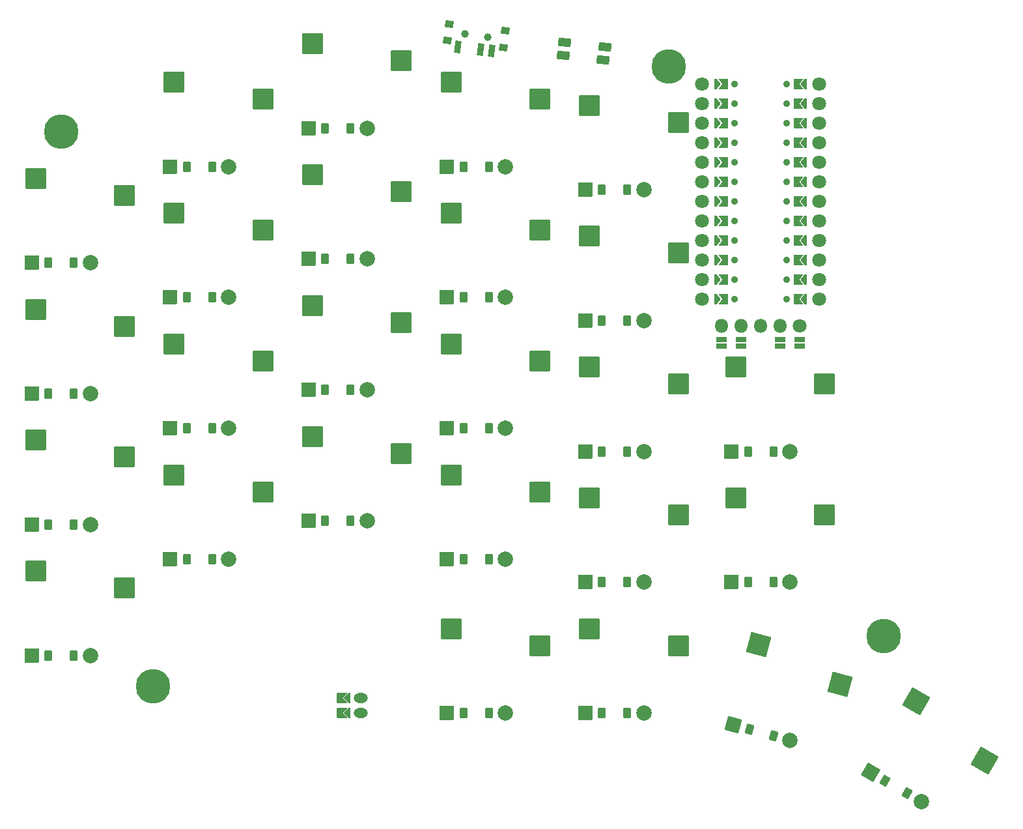
<source format=gbr>
%TF.GenerationSoftware,KiCad,Pcbnew,8.0.4*%
%TF.CreationDate,2024-09-01T12:28:15-05:00*%
%TF.ProjectId,sweeppp,73776565-7070-4702-9e6b-696361645f70,v1.0.0*%
%TF.SameCoordinates,Original*%
%TF.FileFunction,Soldermask,Bot*%
%TF.FilePolarity,Negative*%
%FSLAX46Y46*%
G04 Gerber Fmt 4.6, Leading zero omitted, Abs format (unit mm)*
G04 Created by KiCad (PCBNEW 8.0.4) date 2024-09-01 12:28:15*
%MOMM*%
%LPD*%
G01*
G04 APERTURE LIST*
G04 Aperture macros list*
%AMRoundRect*
0 Rectangle with rounded corners*
0 $1 Rounding radius*
0 $2 $3 $4 $5 $6 $7 $8 $9 X,Y pos of 4 corners*
0 Add a 4 corners polygon primitive as box body*
4,1,4,$2,$3,$4,$5,$6,$7,$8,$9,$2,$3,0*
0 Add four circle primitives for the rounded corners*
1,1,$1+$1,$2,$3*
1,1,$1+$1,$4,$5*
1,1,$1+$1,$6,$7*
1,1,$1+$1,$8,$9*
0 Add four rect primitives between the rounded corners*
20,1,$1+$1,$2,$3,$4,$5,0*
20,1,$1+$1,$4,$5,$6,$7,0*
20,1,$1+$1,$6,$7,$8,$9,0*
20,1,$1+$1,$8,$9,$2,$3,0*%
%AMFreePoly0*
4,1,16,-0.214645,0.660355,-0.210957,0.656235,0.289043,0.031235,0.299694,-0.005522,0.289043,-0.031235,-0.210957,-0.656235,-0.244478,-0.674694,-0.250000,-0.675000,-0.500000,-0.675000,-0.535355,-0.660355,-0.550000,-0.625000,-0.550000,0.625000,-0.535355,0.660355,-0.500000,0.675000,-0.250000,0.675000,-0.214645,0.660355,-0.214645,0.660355,$1*%
%AMFreePoly1*
4,1,16,0.535355,0.660355,0.550000,0.625000,0.550000,-0.625000,0.535355,-0.660355,0.500000,-0.675000,-0.650000,-0.675000,-0.685355,-0.660355,-0.700000,-0.625000,-0.689043,-0.593765,-0.214031,0.000000,-0.689043,0.593765,-0.699694,0.630522,-0.681235,0.664043,-0.650000,0.675000,0.500000,0.675000,0.535355,0.660355,0.535355,0.660355,$1*%
%AMFreePoly2*
4,1,14,0.035355,0.435355,0.635355,-0.164645,0.650000,-0.200000,0.650000,-0.400000,0.635355,-0.435355,0.600000,-0.450000,-0.600000,-0.450000,-0.635355,-0.435355,-0.650000,-0.400000,-0.650000,-0.200000,-0.635355,-0.164645,-0.035355,0.435355,0.000000,0.450000,0.035355,0.435355,0.035355,0.435355,$1*%
%AMFreePoly3*
4,1,16,0.635355,0.285355,0.650000,0.250000,0.650000,-1.000000,0.635355,-1.035355,0.600000,-1.050000,0.564645,-1.035355,0.000000,-0.470710,-0.564645,-1.035355,-0.600000,-1.050000,-0.635355,-1.035355,-0.650000,-1.000000,-0.650000,0.250000,-0.635355,0.285355,-0.600000,0.300000,0.600000,0.300000,0.635355,0.285355,0.635355,0.285355,$1*%
G04 Aperture macros list end*
%ADD10RoundRect,0.050000X-1.300000X-1.300000X1.300000X-1.300000X1.300000X1.300000X-1.300000X1.300000X0*%
%ADD11RoundRect,0.050000X-1.592168X-0.919239X0.919239X-1.592168X1.592168X0.919239X-0.919239X1.592168X0*%
%ADD12RoundRect,0.050000X-1.775833X-0.475833X0.475833X-1.775833X1.775833X0.475833X-0.475833X1.775833X0*%
%ADD13RoundRect,0.050000X-0.450000X-0.600000X0.450000X-0.600000X0.450000X0.600000X-0.450000X0.600000X0*%
%ADD14RoundRect,0.050000X-0.889000X-0.889000X0.889000X-0.889000X0.889000X0.889000X-0.889000X0.889000X0*%
%ADD15C,2.005000*%
%ADD16RoundRect,0.050000X-0.589958X-0.463087X0.279375X-0.696024X0.589958X0.463087X-0.279375X0.696024X0*%
%ADD17RoundRect,0.050000X-1.088798X-0.628618X0.628618X-1.088798X1.088798X0.628618X-0.628618X1.088798X0*%
%ADD18RoundRect,0.050000X-0.689711X-0.294615X0.089711X-0.744615X0.689711X0.294615X-0.089711X0.744615X0*%
%ADD19RoundRect,0.050000X-1.214397X-0.325397X0.325397X-1.214397X1.214397X0.325397X-0.325397X1.214397X0*%
%ADD20C,1.800000*%
%ADD21C,0.900000*%
%ADD22FreePoly0,0.000000*%
%ADD23FreePoly1,0.000000*%
%ADD24FreePoly1,180.000000*%
%ADD25FreePoly0,180.000000*%
%ADD26RoundRect,0.050000X-0.600000X0.300000X-0.600000X-0.300000X0.600000X-0.300000X0.600000X0.300000X0*%
%ADD27O,1.800000X1.800000*%
%ADD28RoundRect,0.050000X0.828043X0.406166X-0.711372X0.587005X-0.828043X-0.406166X0.711372X-0.587005X0*%
%ADD29RoundRect,0.050000X-0.543254X-0.338933X0.449917X-0.455604X0.543254X0.338933X-0.449917X0.455604X0*%
%ADD30RoundRect,0.050000X-0.435113X-0.704043X0.260107X-0.785713X0.435113X0.704043X-0.260107X0.785713X0*%
%ADD31C,1.000000*%
%ADD32O,1.850000X1.300000*%
%ADD33FreePoly2,90.000000*%
%ADD34FreePoly3,90.000000*%
%ADD35C,0.800000*%
%ADD36C,4.500000*%
G04 APERTURE END LIST*
D10*
%TO.C,S1*%
X94318928Y-90900575D03*
X105868928Y-93100575D03*
%TD*%
%TO.C,S2*%
X94318928Y-73900576D03*
X105868928Y-76100576D03*
%TD*%
%TO.C,S3*%
X94318929Y-56900576D03*
X105868929Y-59100576D03*
%TD*%
%TO.C,S4*%
X94318925Y-39900576D03*
X105868925Y-42100576D03*
%TD*%
%TO.C,S5*%
X112318927Y-78400574D03*
X123868927Y-80600574D03*
%TD*%
%TO.C,S6*%
X112318928Y-61400574D03*
X123868928Y-63600574D03*
%TD*%
%TO.C,S7*%
X112318927Y-44400574D03*
X123868927Y-46600574D03*
%TD*%
%TO.C,S8*%
X112318928Y-27400576D03*
X123868928Y-29600576D03*
%TD*%
%TO.C,S9*%
X130318926Y-73400577D03*
X141868926Y-75600577D03*
%TD*%
%TO.C,S10*%
X130318928Y-56400573D03*
X141868928Y-58600573D03*
%TD*%
%TO.C,S11*%
X130318927Y-39400576D03*
X141868927Y-41600576D03*
%TD*%
%TO.C,S12*%
X130318927Y-22400576D03*
X141868927Y-24600576D03*
%TD*%
%TO.C,S13*%
X148318927Y-78400576D03*
X159868927Y-80600576D03*
%TD*%
%TO.C,S14*%
X148318927Y-61400576D03*
X159868927Y-63600576D03*
%TD*%
%TO.C,S15*%
X148318927Y-44400575D03*
X159868927Y-46600575D03*
%TD*%
%TO.C,S16*%
X148318929Y-27400576D03*
X159868929Y-29600576D03*
%TD*%
%TO.C,S17*%
X166318929Y-81400576D03*
X177868929Y-83600576D03*
%TD*%
%TO.C,S18*%
X166318926Y-64400576D03*
X177868926Y-66600576D03*
%TD*%
%TO.C,S19*%
X166318926Y-47400574D03*
X177868926Y-49600574D03*
%TD*%
%TO.C,S20*%
X166318928Y-30400575D03*
X177868928Y-32600575D03*
%TD*%
%TO.C,S21*%
X185318927Y-81400574D03*
X196868927Y-83600574D03*
%TD*%
%TO.C,S22*%
X185318928Y-64400573D03*
X196868928Y-66600573D03*
%TD*%
%TO.C,S23*%
X148318928Y-98400576D03*
X159868928Y-100600576D03*
%TD*%
%TO.C,S24*%
X166318929Y-98400576D03*
X177868929Y-100600576D03*
%TD*%
D11*
%TO.C,S25*%
X188350630Y-100463993D03*
X198937672Y-105578390D03*
%TD*%
D12*
%TO.C,S26*%
X208815509Y-107817045D03*
X217718102Y-115497300D03*
%TD*%
D13*
%TO.C,D1*%
X99243927Y-101850576D03*
X95943927Y-101850574D03*
D14*
X93783927Y-101850576D03*
D15*
X101403927Y-101850574D03*
%TD*%
D13*
%TO.C,D2*%
X99243929Y-84850578D03*
X95943929Y-84850576D03*
D14*
X93783929Y-84850578D03*
D15*
X101403929Y-84850576D03*
%TD*%
D13*
%TO.C,D3*%
X99243928Y-67850576D03*
X95943928Y-67850574D03*
D14*
X93783928Y-67850576D03*
D15*
X101403928Y-67850574D03*
%TD*%
D13*
%TO.C,D4*%
X99243927Y-50850578D03*
X95943927Y-50850576D03*
D14*
X93783927Y-50850578D03*
D15*
X101403927Y-50850576D03*
%TD*%
D13*
%TO.C,D5*%
X117243926Y-89350576D03*
X113943926Y-89350574D03*
D14*
X111783926Y-89350576D03*
D15*
X119403926Y-89350574D03*
%TD*%
D13*
%TO.C,D6*%
X117243928Y-72350576D03*
X113943928Y-72350574D03*
D14*
X111783928Y-72350576D03*
D15*
X119403928Y-72350574D03*
%TD*%
D13*
%TO.C,D7*%
X117243928Y-55350575D03*
X113943928Y-55350573D03*
D14*
X111783928Y-55350575D03*
D15*
X119403928Y-55350573D03*
%TD*%
D13*
%TO.C,D8*%
X117243927Y-38350576D03*
X113943927Y-38350574D03*
D14*
X111783927Y-38350576D03*
D15*
X119403927Y-38350574D03*
%TD*%
D13*
%TO.C,D9*%
X135243927Y-84350574D03*
X131943927Y-84350572D03*
D14*
X129783927Y-84350574D03*
D15*
X137403927Y-84350572D03*
%TD*%
D13*
%TO.C,D10*%
X135243925Y-67350577D03*
X131943925Y-67350575D03*
D14*
X129783925Y-67350577D03*
D15*
X137403925Y-67350575D03*
%TD*%
D13*
%TO.C,D11*%
X135243928Y-50350577D03*
X131943928Y-50350575D03*
D14*
X129783928Y-50350577D03*
D15*
X137403928Y-50350575D03*
%TD*%
D13*
%TO.C,D12*%
X135243928Y-33350576D03*
X131943928Y-33350574D03*
D14*
X129783928Y-33350576D03*
D15*
X137403928Y-33350574D03*
%TD*%
D13*
%TO.C,D13*%
X153243927Y-89350577D03*
X149943927Y-89350575D03*
D14*
X147783927Y-89350577D03*
D15*
X155403927Y-89350575D03*
%TD*%
D13*
%TO.C,D14*%
X153243927Y-72350575D03*
X149943927Y-72350573D03*
D14*
X147783927Y-72350575D03*
D15*
X155403927Y-72350573D03*
%TD*%
D13*
%TO.C,D15*%
X153243928Y-55350577D03*
X149943928Y-55350575D03*
D14*
X147783928Y-55350577D03*
D15*
X155403928Y-55350575D03*
%TD*%
D13*
%TO.C,D16*%
X153243930Y-38350577D03*
X149943930Y-38350575D03*
D14*
X147783930Y-38350577D03*
D15*
X155403930Y-38350575D03*
%TD*%
D13*
%TO.C,D17*%
X171243927Y-92350576D03*
X167943927Y-92350574D03*
D14*
X165783927Y-92350576D03*
D15*
X173403927Y-92350574D03*
%TD*%
D13*
%TO.C,D18*%
X171243928Y-75350575D03*
X167943928Y-75350573D03*
D14*
X165783928Y-75350575D03*
D15*
X173403928Y-75350573D03*
%TD*%
D13*
%TO.C,D19*%
X171243926Y-58350576D03*
X167943926Y-58350574D03*
D14*
X165783926Y-58350576D03*
D15*
X173403926Y-58350574D03*
%TD*%
D13*
%TO.C,D20*%
X171243927Y-41350576D03*
X167943927Y-41350574D03*
D14*
X165783927Y-41350576D03*
D15*
X173403927Y-41350574D03*
%TD*%
D13*
%TO.C,D21*%
X190243929Y-92350576D03*
X186943929Y-92350574D03*
D14*
X184783929Y-92350576D03*
D15*
X192403929Y-92350574D03*
%TD*%
D13*
%TO.C,D22*%
X190243927Y-75350575D03*
X186943927Y-75350573D03*
D14*
X184783927Y-75350575D03*
D15*
X192403927Y-75350573D03*
%TD*%
D13*
%TO.C,D23*%
X153243927Y-109350576D03*
X149943927Y-109350574D03*
D14*
X147783927Y-109350576D03*
D15*
X155403927Y-109350574D03*
%TD*%
D13*
%TO.C,D24*%
X171243929Y-109350576D03*
X167943929Y-109350574D03*
D14*
X165783929Y-109350576D03*
D15*
X173403929Y-109350574D03*
%TD*%
D16*
%TO.C,D25*%
X190273749Y-112315563D03*
X187086193Y-111461463D03*
D17*
X184999793Y-110902410D03*
D15*
X192360149Y-112874616D03*
%TD*%
D18*
%TO.C,D26*%
X207605689Y-119762521D03*
X204747803Y-118112521D03*
D19*
X202877189Y-117032520D03*
D15*
X209476303Y-120842522D03*
%TD*%
D20*
%TO.C,MCU1*%
X180973925Y-27650574D03*
X196213925Y-27650574D03*
D21*
X191993925Y-27650574D03*
X185193925Y-27650574D03*
D22*
X183093925Y-27650574D03*
D23*
X183818924Y-27650574D03*
D24*
X193368925Y-27650574D03*
D25*
X194093925Y-27650574D03*
D20*
X180973925Y-30190573D03*
X196213925Y-30190573D03*
D21*
X191993925Y-30190574D03*
X185193925Y-30190574D03*
D22*
X183093925Y-30190574D03*
D23*
X183818925Y-30190575D03*
D24*
X193368925Y-30190575D03*
D25*
X194093925Y-30190574D03*
D20*
X180973925Y-32730574D03*
X196213925Y-32730574D03*
D21*
X191993925Y-32730574D03*
X185193927Y-32730575D03*
D22*
X183093925Y-32730573D03*
D23*
X183818925Y-32730574D03*
D24*
X193368925Y-32730574D03*
D25*
X194093925Y-32730574D03*
D20*
X180973925Y-35270574D03*
X196213925Y-35270574D03*
D21*
X191993926Y-35270574D03*
X185193925Y-35270573D03*
D22*
X183093925Y-35270574D03*
D23*
X183818925Y-35270574D03*
D24*
X193368927Y-35270574D03*
D25*
X194093925Y-35270574D03*
D20*
X180973925Y-37810575D03*
X196213925Y-37810575D03*
D21*
X191993924Y-37810574D03*
X185193926Y-37810574D03*
D22*
X183093925Y-37810574D03*
D23*
X183818926Y-37810573D03*
D24*
X193368924Y-37810573D03*
D25*
X194093925Y-37810574D03*
D20*
X180973925Y-40350574D03*
X196213925Y-40350574D03*
D21*
X191993924Y-40350574D03*
X185193926Y-40350574D03*
D22*
X183093925Y-40350574D03*
D23*
X183818925Y-40350574D03*
D24*
X193368925Y-40350574D03*
D25*
X194093925Y-40350574D03*
D20*
X180973925Y-42890573D03*
X196213925Y-42890573D03*
D21*
X191993924Y-42890574D03*
X185193926Y-42890574D03*
D22*
X183093925Y-42890574D03*
D23*
X183818926Y-42890575D03*
D24*
X193368924Y-42890575D03*
D25*
X194093925Y-42890574D03*
D20*
X180973925Y-45430574D03*
X196213925Y-45430574D03*
D21*
X191993925Y-45430575D03*
X185193924Y-45430574D03*
D22*
X183093925Y-45430574D03*
D23*
X183818923Y-45430574D03*
D24*
X193368925Y-45430574D03*
D25*
X194093925Y-45430574D03*
D20*
X180973925Y-47970574D03*
X196213925Y-47970574D03*
D21*
X191993923Y-47970573D03*
X185193925Y-47970574D03*
D22*
X183093925Y-47970574D03*
D23*
X183818925Y-47970574D03*
D24*
X193368925Y-47970574D03*
D25*
X194093925Y-47970575D03*
D20*
X180973925Y-50510575D03*
X196213925Y-50510575D03*
D21*
X191993925Y-50510574D03*
X185193925Y-50510574D03*
D22*
X183093925Y-50510574D03*
D23*
X183818925Y-50510573D03*
D24*
X193368925Y-50510573D03*
D25*
X194093925Y-50510574D03*
D20*
X180973925Y-53050574D03*
X196213925Y-53050574D03*
D21*
X191993925Y-53050574D03*
X185193925Y-53050574D03*
D22*
X183093925Y-53050574D03*
D23*
X183818925Y-53050574D03*
D24*
X193368926Y-53050574D03*
D25*
X194093925Y-53050574D03*
D20*
X180973924Y-55590574D03*
X196213926Y-55590573D03*
D21*
X191993925Y-55590574D03*
X185193925Y-55590574D03*
D22*
X183093925Y-55590574D03*
D23*
X183818924Y-55590574D03*
D24*
X193368926Y-55590574D03*
D25*
X194093925Y-55590574D03*
%TD*%
D26*
%TO.C,DISP1*%
X193673928Y-60800573D03*
X191133928Y-60800574D03*
X186053928Y-60800573D03*
X183513928Y-60800574D03*
X193673928Y-61700572D03*
X191133928Y-61700573D03*
X186053929Y-61700573D03*
X183513929Y-61700573D03*
D27*
X183513928Y-59050573D03*
X186053927Y-59050573D03*
X188593928Y-59050573D03*
X191133929Y-59050573D03*
D20*
X193673928Y-59050573D03*
%TD*%
D28*
%TO.C,RST1*%
X163086027Y-22200120D03*
X162887686Y-23888511D03*
X168300172Y-22812641D03*
X168101831Y-24501032D03*
%TD*%
D29*
%TO.C,PWR1*%
X147842265Y-22002319D03*
X148100107Y-19807412D03*
X155092411Y-22854015D03*
X155350253Y-20659107D03*
D30*
X149156868Y-22811219D03*
X152136380Y-23161231D03*
X153626136Y-23336237D03*
D31*
X150107087Y-21150742D03*
X153086599Y-21500754D03*
%TD*%
D32*
%TO.C,JST1*%
X136593929Y-107350576D03*
X136593929Y-109350576D03*
D33*
X134793929Y-107350574D03*
X134793929Y-109350577D03*
D34*
X133777929Y-109350576D03*
X133777929Y-107350576D03*
%TD*%
D35*
%TO.C,_1*%
X98760652Y-35017299D03*
D36*
X97593926Y-33850573D03*
D35*
X97593925Y-35500573D03*
X98760652Y-32683847D03*
X95943926Y-33850572D03*
X96427200Y-32683847D03*
X96427200Y-35017299D03*
X99243926Y-33850574D03*
X97593927Y-32200573D03*
%TD*%
%TO.C,_2*%
X110760654Y-107017302D03*
D36*
X109593928Y-105850576D03*
D35*
X109593927Y-107500576D03*
X110760654Y-104683850D03*
X107943928Y-105850575D03*
X108427202Y-104683850D03*
X108427202Y-107017302D03*
X111243928Y-105850577D03*
X109593929Y-104200576D03*
%TD*%
%TO.C,_3*%
X177760652Y-26517301D03*
D36*
X176593926Y-25350575D03*
D35*
X176593925Y-27000575D03*
X177760652Y-24183849D03*
X174943926Y-25350574D03*
X175427200Y-24183849D03*
X175427200Y-26517301D03*
X178243926Y-25350576D03*
X176593927Y-23700575D03*
%TD*%
%TO.C,_4*%
X205760653Y-100517302D03*
D36*
X204593927Y-99350576D03*
D35*
X204593926Y-101000576D03*
X205760653Y-98183850D03*
X202943927Y-99350575D03*
X203427201Y-98183850D03*
X203427201Y-100517302D03*
X206243927Y-99350577D03*
X204593928Y-97700576D03*
%TD*%
M02*

</source>
